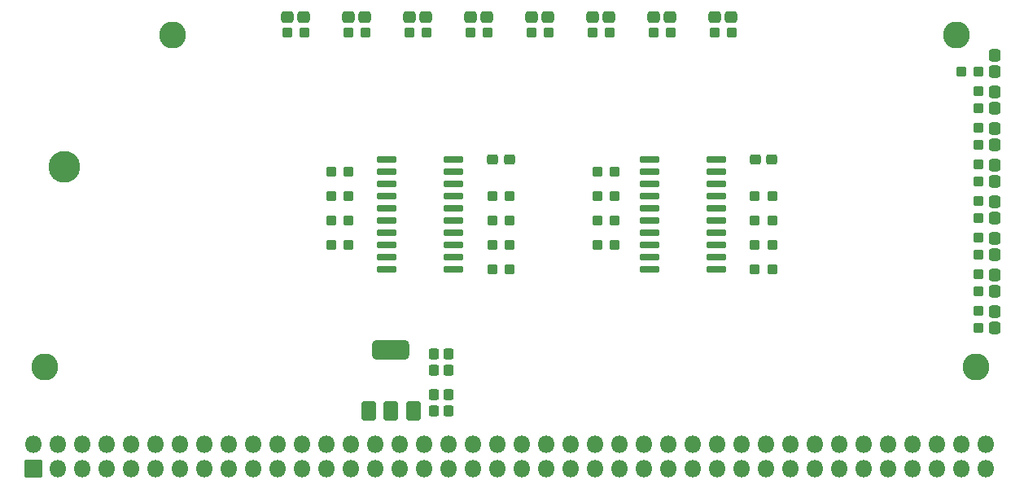
<source format=gbr>
%TF.GenerationSoftware,KiCad,Pcbnew,8.0.4*%
%TF.CreationDate,2024-07-26T10:39:13-07:00*%
%TF.ProjectId,BALD,42414c44-2e6b-4696-9361-645f70636258,0*%
%TF.SameCoordinates,Original*%
%TF.FileFunction,Soldermask,Top*%
%TF.FilePolarity,Negative*%
%FSLAX46Y46*%
G04 Gerber Fmt 4.6, Leading zero omitted, Abs format (unit mm)*
G04 Created by KiCad (PCBNEW 8.0.4) date 2024-07-26 10:39:13*
%MOMM*%
%LPD*%
G01*
G04 APERTURE LIST*
G04 Aperture macros list*
%AMRoundRect*
0 Rectangle with rounded corners*
0 $1 Rounding radius*
0 $2 $3 $4 $5 $6 $7 $8 $9 X,Y pos of 4 corners*
0 Add a 4 corners polygon primitive as box body*
4,1,4,$2,$3,$4,$5,$6,$7,$8,$9,$2,$3,0*
0 Add four circle primitives for the rounded corners*
1,1,$1+$1,$2,$3*
1,1,$1+$1,$4,$5*
1,1,$1+$1,$6,$7*
1,1,$1+$1,$8,$9*
0 Add four rect primitives between the rounded corners*
20,1,$1+$1,$2,$3,$4,$5,0*
20,1,$1+$1,$4,$5,$6,$7,0*
20,1,$1+$1,$6,$7,$8,$9,0*
20,1,$1+$1,$8,$9,$2,$3,0*%
G04 Aperture macros list end*
%ADD10C,3.302000*%
%ADD11C,2.802000*%
%ADD12RoundRect,0.263000X-0.275500X-0.263000X0.275500X-0.263000X0.275500X0.263000X-0.275500X0.263000X0*%
%ADD13RoundRect,0.263000X-0.325500X-0.263000X0.325500X-0.263000X0.325500X0.263000X-0.325500X0.263000X0*%
%ADD14RoundRect,0.301000X-0.351000X-0.301000X0.351000X-0.301000X0.351000X0.301000X-0.351000X0.301000X0*%
%ADD15RoundRect,0.263000X-0.263000X0.275500X-0.263000X-0.275500X0.263000X-0.275500X0.263000X0.275500X0*%
%ADD16RoundRect,0.263000X0.275500X0.263000X-0.275500X0.263000X-0.275500X-0.263000X0.275500X-0.263000X0*%
%ADD17RoundRect,0.263000X0.263000X-0.325500X0.263000X0.325500X-0.263000X0.325500X-0.263000X-0.325500X0*%
%ADD18RoundRect,0.263000X-0.263000X0.325500X-0.263000X-0.325500X0.263000X-0.325500X0.263000X0.325500X0*%
%ADD19RoundRect,0.301000X-0.301000X0.351000X-0.301000X-0.351000X0.301000X-0.351000X0.301000X0.351000X0*%
%ADD20RoundRect,0.051000X-0.850000X0.850000X-0.850000X-0.850000X0.850000X-0.850000X0.850000X0.850000X0*%
%ADD21O,1.802000X1.802000*%
%ADD22RoundRect,0.175500X-0.863000X-0.175500X0.863000X-0.175500X0.863000X0.175500X-0.863000X0.175500X0*%
%ADD23RoundRect,0.400500X0.400500X-0.650500X0.400500X0.650500X-0.400500X0.650500X-0.400500X-0.650500X0*%
%ADD24RoundRect,0.525500X1.425500X-0.525500X1.425500X0.525500X-1.425500X0.525500X-1.425500X-0.525500X0*%
G04 APERTURE END LIST*
D10*
%TO.C,H1*%
X5024120Y33134300D03*
%TD*%
D11*
%TO.C,H2*%
X16276320Y46863000D03*
%TD*%
%TO.C,H3*%
X97886520Y46863000D03*
%TD*%
%TO.C,H4*%
X99918520Y12331700D03*
%TD*%
D12*
%TO.C,R18*%
X49552220Y27571700D03*
X51377220Y27571700D03*
%TD*%
D13*
%TO.C,C3*%
X76907220Y33921700D03*
X78632220Y33921700D03*
%TD*%
D12*
%TO.C,R20*%
X49552220Y22491700D03*
X51377220Y22491700D03*
%TD*%
D14*
%TO.C,D15*%
X34628720Y48742600D03*
X36328720Y48742600D03*
%TD*%
D15*
%TO.C,R12*%
X100121720Y29627200D03*
X100121720Y27802200D03*
%TD*%
D16*
%TO.C,R23*%
X34613220Y30111700D03*
X32788220Y30111700D03*
%TD*%
D12*
%TO.C,R7*%
X76857220Y27571700D03*
X78682220Y27571700D03*
%TD*%
%TO.C,R1*%
X76857220Y22491700D03*
X78682220Y22491700D03*
%TD*%
D16*
%TO.C,R4*%
X62299220Y27571700D03*
X60474220Y27571700D03*
%TD*%
D12*
%TO.C,R6*%
X76857220Y30111700D03*
X78682220Y30111700D03*
%TD*%
D17*
%TO.C,C1*%
X45003720Y7759700D03*
X45003720Y9484700D03*
%TD*%
D18*
%TO.C,C8*%
X43479720Y13702200D03*
X43479720Y11977200D03*
%TD*%
D12*
%TO.C,R17*%
X49552220Y30111700D03*
X51377220Y30111700D03*
%TD*%
D14*
%TO.C,D12*%
X53678720Y48742600D03*
X55378720Y48742600D03*
%TD*%
D19*
%TO.C,D1*%
X101793040Y18122000D03*
X101793040Y16422000D03*
%TD*%
D18*
%TO.C,C9*%
X45003720Y13702200D03*
X45003720Y11977200D03*
%TD*%
D19*
%TO.C,D3*%
X101793040Y25742000D03*
X101793040Y24042000D03*
%TD*%
D16*
%TO.C,R2*%
X62299220Y32651700D03*
X60474220Y32651700D03*
%TD*%
D20*
%TO.C,J1*%
X1803400Y1752600D03*
D21*
X4343400Y1752600D03*
X6883400Y1752600D03*
X9423400Y1752600D03*
X11963400Y1752600D03*
X14503400Y1752600D03*
X17043400Y1752600D03*
X19583400Y1752600D03*
X22123400Y1752600D03*
X24663400Y1752600D03*
X27203400Y1752600D03*
X29743400Y1752600D03*
X32283400Y1752600D03*
X34823400Y1752600D03*
X37363400Y1752600D03*
X39903400Y1752600D03*
X42443400Y1752600D03*
X44983400Y1752600D03*
X47523400Y1752600D03*
X50063400Y1752600D03*
X52603400Y1752600D03*
X55143400Y1752600D03*
X57683400Y1752600D03*
X60223400Y1752600D03*
X62763400Y1752600D03*
X65303400Y1752600D03*
X67843400Y1752600D03*
X70383400Y1752600D03*
X72923400Y1752600D03*
X75463400Y1752600D03*
X78003400Y1752600D03*
X80543400Y1752600D03*
X83083400Y1752600D03*
X85623400Y1752600D03*
X88163400Y1752600D03*
X90703400Y1752600D03*
X93243400Y1752600D03*
X95783400Y1752600D03*
X98323400Y1752600D03*
X100863400Y1752600D03*
X1803400Y4292600D03*
X4343400Y4292600D03*
X6883400Y4292600D03*
X9423400Y4292600D03*
X11963400Y4292600D03*
X14503400Y4292600D03*
X17043400Y4292600D03*
X19583400Y4292600D03*
X22123400Y4292600D03*
X24663400Y4292600D03*
X27203400Y4292600D03*
X29743400Y4292600D03*
X32283400Y4292600D03*
X34823400Y4292600D03*
X37363400Y4292600D03*
X39903400Y4292600D03*
X42443400Y4292600D03*
X44983400Y4292600D03*
X47523400Y4292600D03*
X50063400Y4292600D03*
X52603400Y4292600D03*
X55143400Y4292600D03*
X57683400Y4292600D03*
X60223400Y4292600D03*
X62763400Y4292600D03*
X65303400Y4292600D03*
X67843400Y4292600D03*
X70383400Y4292600D03*
X72923400Y4292600D03*
X75463400Y4292600D03*
X78003400Y4292600D03*
X80543400Y4292600D03*
X83083400Y4292600D03*
X85623400Y4292600D03*
X88163400Y4292600D03*
X90703400Y4292600D03*
X93243400Y4292600D03*
X95783400Y4292600D03*
X98323400Y4292600D03*
X100863400Y4292600D03*
%TD*%
D15*
%TO.C,R9*%
X100121720Y18197200D03*
X100121720Y16372200D03*
%TD*%
D17*
%TO.C,C2*%
X43479720Y7759700D03*
X43479720Y9484700D03*
%TD*%
D12*
%TO.C,R32*%
X34566220Y47129700D03*
X36391220Y47129700D03*
%TD*%
%TO.C,R30*%
X47266220Y47129700D03*
X49091220Y47129700D03*
%TD*%
D14*
%TO.C,D11*%
X60028720Y48742600D03*
X61728720Y48742600D03*
%TD*%
D16*
%TO.C,R21*%
X34613220Y32651700D03*
X32788220Y32651700D03*
%TD*%
D14*
%TO.C,D10*%
X66378720Y48742600D03*
X68078720Y48742600D03*
%TD*%
D15*
%TO.C,R13*%
X100121720Y33437200D03*
X100121720Y31612200D03*
%TD*%
D12*
%TO.C,R27*%
X66316220Y47129700D03*
X68141220Y47129700D03*
%TD*%
D19*
%TO.C,D7*%
X101793040Y40982000D03*
X101793040Y39282000D03*
%TD*%
D15*
%TO.C,R11*%
X100121720Y25817200D03*
X100121720Y23992200D03*
%TD*%
D12*
%TO.C,R33*%
X28216220Y47129700D03*
X30041220Y47129700D03*
%TD*%
D22*
%TO.C,U2*%
X38620220Y33921700D03*
X38620220Y32651700D03*
X38620220Y31381700D03*
X38620220Y30111700D03*
X38620220Y28841700D03*
X38620220Y27571700D03*
X38620220Y26301700D03*
X38620220Y25031700D03*
X38620220Y23761700D03*
X38620220Y22491700D03*
X45545220Y22491700D03*
X45545220Y23761700D03*
X45545220Y25031700D03*
X45545220Y26301700D03*
X45545220Y27571700D03*
X45545220Y28841700D03*
X45545220Y30111700D03*
X45545220Y31381700D03*
X45545220Y32651700D03*
X45545220Y33921700D03*
%TD*%
D12*
%TO.C,R16*%
X98320220Y43065700D03*
X100145220Y43065700D03*
%TD*%
D14*
%TO.C,D16*%
X28278720Y48742600D03*
X29978720Y48742600D03*
%TD*%
D12*
%TO.C,R28*%
X59966220Y47129700D03*
X61791220Y47129700D03*
%TD*%
D19*
%TO.C,D5*%
X101793040Y33362000D03*
X101793040Y31662000D03*
%TD*%
%TO.C,D2*%
X101793040Y21932000D03*
X101793040Y20232000D03*
%TD*%
D12*
%TO.C,R29*%
X53616220Y47129700D03*
X55441220Y47129700D03*
%TD*%
D16*
%TO.C,R24*%
X34613220Y27571700D03*
X32788220Y27571700D03*
%TD*%
D15*
%TO.C,R14*%
X100121720Y37247200D03*
X100121720Y35422200D03*
%TD*%
D19*
%TO.C,D8*%
X101793040Y44792000D03*
X101793040Y43092000D03*
%TD*%
D11*
%TO.C,H5*%
X2992120Y12331700D03*
%TD*%
D19*
%TO.C,D4*%
X101793040Y29552000D03*
X101793040Y27852000D03*
%TD*%
D12*
%TO.C,R8*%
X76857220Y25031700D03*
X78682220Y25031700D03*
%TD*%
D23*
%TO.C,U4*%
X36734720Y7784700D03*
X39034720Y7784700D03*
X41334720Y7784700D03*
D24*
X39034720Y14084700D03*
%TD*%
D12*
%TO.C,R19*%
X49552220Y25031700D03*
X51377220Y25031700D03*
%TD*%
D13*
%TO.C,C4*%
X49602220Y33921700D03*
X51327220Y33921700D03*
%TD*%
D15*
%TO.C,R15*%
X100121720Y41057200D03*
X100121720Y39232200D03*
%TD*%
D14*
%TO.C,D9*%
X72728720Y48742600D03*
X74428720Y48742600D03*
%TD*%
D12*
%TO.C,R26*%
X72666220Y47129700D03*
X74491220Y47129700D03*
%TD*%
D14*
%TO.C,D14*%
X40978720Y48742600D03*
X42678720Y48742600D03*
%TD*%
D12*
%TO.C,R31*%
X40916220Y47129700D03*
X42741220Y47129700D03*
%TD*%
D22*
%TO.C,U1*%
X65925220Y33921700D03*
X65925220Y32651700D03*
X65925220Y31381700D03*
X65925220Y30111700D03*
X65925220Y28841700D03*
X65925220Y27571700D03*
X65925220Y26301700D03*
X65925220Y25031700D03*
X65925220Y23761700D03*
X65925220Y22491700D03*
X72850220Y22491700D03*
X72850220Y23761700D03*
X72850220Y25031700D03*
X72850220Y26301700D03*
X72850220Y27571700D03*
X72850220Y28841700D03*
X72850220Y30111700D03*
X72850220Y31381700D03*
X72850220Y32651700D03*
X72850220Y33921700D03*
%TD*%
D19*
%TO.C,D6*%
X101793040Y37172000D03*
X101793040Y35472000D03*
%TD*%
D16*
%TO.C,R3*%
X62299220Y30111700D03*
X60474220Y30111700D03*
%TD*%
D14*
%TO.C,D13*%
X47328720Y48742600D03*
X49028720Y48742600D03*
%TD*%
D16*
%TO.C,R22*%
X34613220Y25031700D03*
X32788220Y25031700D03*
%TD*%
%TO.C,R5*%
X62299220Y25031700D03*
X60474220Y25031700D03*
%TD*%
D15*
%TO.C,R10*%
X100121720Y22007200D03*
X100121720Y20182200D03*
%TD*%
M02*

</source>
